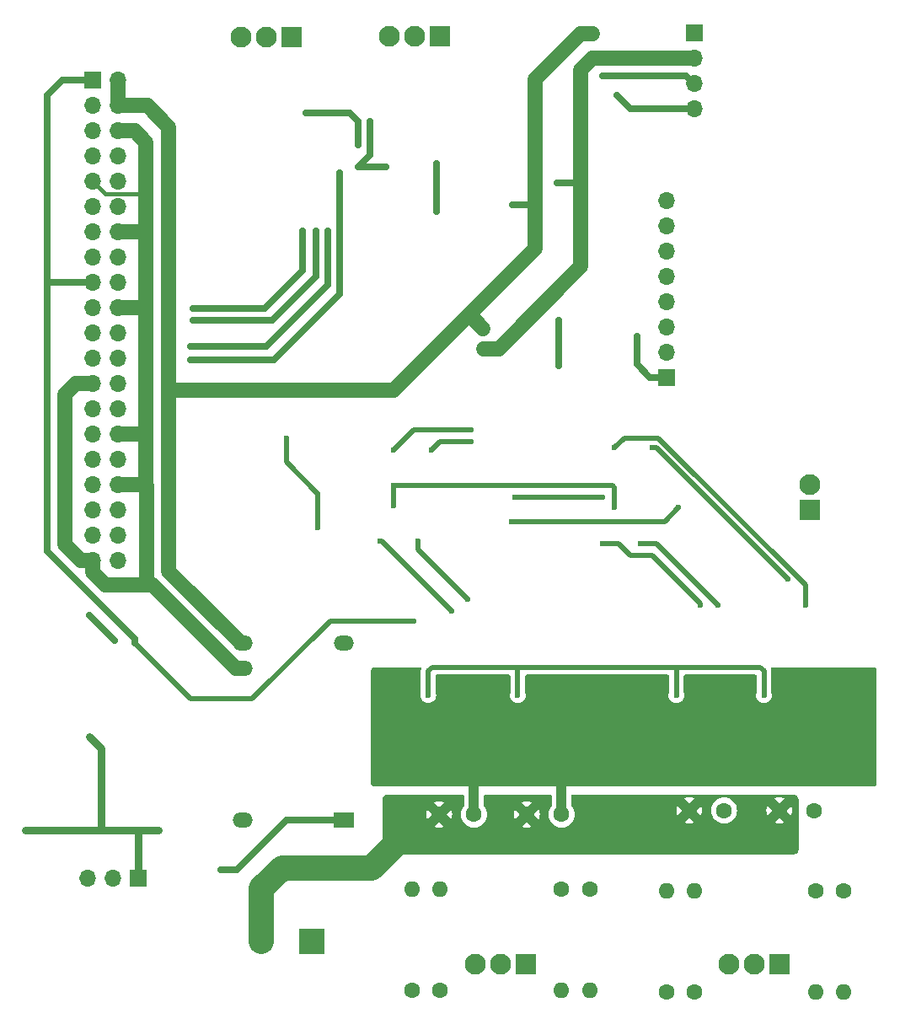
<source format=gbr>
%TF.GenerationSoftware,KiCad,Pcbnew,8.0.1-8.0.1-0~ubuntu23.10.1*%
%TF.CreationDate,2024-04-25T23:44:33+01:00*%
%TF.ProjectId,g5500-pidrive,67353530-302d-4706-9964-726976652e6b,rev?*%
%TF.SameCoordinates,Original*%
%TF.FileFunction,Copper,L2,Bot*%
%TF.FilePolarity,Positive*%
%FSLAX46Y46*%
G04 Gerber Fmt 4.6, Leading zero omitted, Abs format (unit mm)*
G04 Created by KiCad (PCBNEW 8.0.1-8.0.1-0~ubuntu23.10.1) date 2024-04-25 23:44:33*
%MOMM*%
%LPD*%
G01*
G04 APERTURE LIST*
%TA.AperFunction,ComponentPad*%
%ADD10C,0.650000*%
%TD*%
%TA.AperFunction,ComponentPad*%
%ADD11R,2.100000X2.100000*%
%TD*%
%TA.AperFunction,ComponentPad*%
%ADD12C,2.100000*%
%TD*%
%TA.AperFunction,ComponentPad*%
%ADD13C,1.600000*%
%TD*%
%TA.AperFunction,ComponentPad*%
%ADD14O,1.600000X1.600000*%
%TD*%
%TA.AperFunction,ComponentPad*%
%ADD15R,1.700000X1.700000*%
%TD*%
%TA.AperFunction,ComponentPad*%
%ADD16O,1.700000X1.700000*%
%TD*%
%TA.AperFunction,ComponentPad*%
%ADD17R,2.000000X1.500000*%
%TD*%
%TA.AperFunction,ComponentPad*%
%ADD18O,2.000000X1.500000*%
%TD*%
%TA.AperFunction,ComponentPad*%
%ADD19R,2.500000X2.500000*%
%TD*%
%TA.AperFunction,ComponentPad*%
%ADD20C,2.500000*%
%TD*%
%TA.AperFunction,ViaPad*%
%ADD21C,0.600000*%
%TD*%
%TA.AperFunction,Conductor*%
%ADD22C,0.500000*%
%TD*%
%TA.AperFunction,Conductor*%
%ADD23C,0.700000*%
%TD*%
%TA.AperFunction,Conductor*%
%ADD24C,1.500000*%
%TD*%
%TA.AperFunction,Conductor*%
%ADD25C,0.430000*%
%TD*%
%TA.AperFunction,Conductor*%
%ADD26C,2.500000*%
%TD*%
%TA.AperFunction,Conductor*%
%ADD27C,1.000000*%
%TD*%
%TA.AperFunction,Conductor*%
%ADD28C,0.800000*%
%TD*%
G04 APERTURE END LIST*
D10*
%TO.P,IC5,EP,GND*%
%TO.N,GNDPWR*%
X91585000Y-107660000D03*
X90635000Y-107660000D03*
X89685000Y-107660000D03*
X91585000Y-108610000D03*
X90635000Y-108610000D03*
X89685000Y-108610000D03*
%TD*%
D11*
%TO.P,J10,1,Pin_1*%
%TO.N,Net-(J10-Pin_1)*%
X116800000Y-86800000D03*
D12*
%TO.P,J10,2,Pin_2*%
%TO.N,GND*%
X116800000Y-84260000D03*
%TD*%
D13*
%TO.P,L1,1*%
%TO.N,Net-(IC3-OUT2)*%
X120200000Y-125075000D03*
D14*
%TO.P,L1,2*%
%TO.N,Net-(J8-Pin_1)*%
X120200000Y-135235000D03*
%TD*%
D13*
%TO.P,C27,1*%
%TO.N,+48V*%
X79570000Y-117435000D03*
%TO.P,C27,2*%
%TO.N,GNDPWR*%
X83070000Y-117435000D03*
%TD*%
%TO.P,L3,1*%
%TO.N,Net-(IC5-OUT2)*%
X94670000Y-124955000D03*
D14*
%TO.P,L3,2*%
%TO.N,Net-(J9-Pin_1)*%
X94670000Y-135115000D03*
%TD*%
D11*
%TO.P,J8,1,Pin_1*%
%TO.N,Net-(J8-Pin_1)*%
X113800000Y-132435000D03*
D12*
%TO.P,J8,2,Pin_2*%
%TO.N,Net-(J8-Pin_2)*%
X111260000Y-132435000D03*
%TO.P,J8,3,Pin_3*%
%TO.N,Net-(J8-Pin_3)*%
X108720000Y-132435000D03*
%TD*%
D13*
%TO.P,C24,1*%
%TO.N,+48V*%
X113745000Y-117035000D03*
%TO.P,C24,2*%
%TO.N,GNDPWR*%
X117245000Y-117035000D03*
%TD*%
D11*
%TO.P,J9,1,Pin_1*%
%TO.N,Net-(J9-Pin_1)*%
X88270000Y-132435000D03*
D12*
%TO.P,J9,2,Pin_2*%
%TO.N,Net-(J9-Pin_2)*%
X85730000Y-132435000D03*
%TO.P,J9,3,Pin_3*%
%TO.N,Net-(J9-Pin_3)*%
X83190000Y-132435000D03*
%TD*%
D13*
%TO.P,L2,1*%
%TO.N,Net-(J8-Pin_3)*%
X102400000Y-135235000D03*
D14*
%TO.P,L2,2*%
%TO.N,Net-(IC4-OUT1)*%
X102400000Y-125075000D03*
%TD*%
D11*
%TO.P,J6,1,Pin_1*%
%TO.N,Net-(J6-Pin_1)*%
X64700000Y-39357500D03*
D12*
%TO.P,J6,2,Pin_2*%
%TO.N,Net-(J6-Pin_2)*%
X62160000Y-39357500D03*
%TO.P,J6,3,Pin_3*%
%TO.N,Net-(J6-Pin_3)*%
X59620000Y-39357500D03*
%TD*%
D15*
%TO.P,J4,1,Pin_1*%
%TO.N,Net-(J4-Pin_1)*%
X105200000Y-38920000D03*
D16*
%TO.P,J4,2,Pin_2*%
%TO.N,GND*%
X105200000Y-41460000D03*
%TO.P,J4,3,Pin_3*%
%TO.N,/IMU_SDA*%
X105200000Y-44000000D03*
%TO.P,J4,4,Pin_4*%
%TO.N,/IMU_SCL*%
X105200000Y-46540000D03*
%TD*%
D15*
%TO.P,J3,1,Pin_1*%
%TO.N,+3.3VP*%
X102400000Y-73512500D03*
D16*
%TO.P,J3,2,Pin_2*%
%TO.N,GNDD*%
X102400000Y-70972500D03*
%TO.P,J3,3,Pin_3*%
%TO.N,unconnected-(J3-Pin_3-Pad3)*%
X102400000Y-68432500D03*
%TO.P,J3,4,Pin_4*%
%TO.N,/GPS_PPS*%
X102400000Y-65892500D03*
%TO.P,J3,5,Pin_5*%
%TO.N,/GPS_RXD*%
X102400000Y-63352500D03*
%TO.P,J3,6,Pin_6*%
%TO.N,/GPS_TXD*%
X102400000Y-60812500D03*
%TO.P,J3,7,Pin_7*%
%TO.N,unconnected-(J3-Pin_7-Pad7)*%
X102400000Y-58272500D03*
%TO.P,J3,8,Pin_8*%
%TO.N,unconnected-(J3-Pin_8-Pad8)*%
X102400000Y-55732500D03*
%TD*%
D13*
%TO.P,C26,1*%
%TO.N,+48V*%
X88370000Y-117435000D03*
%TO.P,C26,2*%
%TO.N,GNDPWR*%
X91870000Y-117435000D03*
%TD*%
D17*
%TO.P,U3,1,VIN-*%
%TO.N,GNDPWR*%
X70000000Y-118000000D03*
D18*
%TO.P,U3,8,NC*%
%TO.N,unconnected-(U3-NC-Pad8)*%
X70000000Y-100220000D03*
%TO.P,U3,9,VOUT+*%
%TO.N,+5V*%
X59840000Y-100220000D03*
%TO.P,U3,10,VOUT-*%
%TO.N,GND*%
X59840000Y-102760000D03*
%TO.P,U3,16,VIN+*%
%TO.N,+48V*%
X59840000Y-118000000D03*
%TD*%
D13*
%TO.P,C25,1*%
%TO.N,+48V*%
X104700000Y-117035000D03*
%TO.P,C25,2*%
%TO.N,GNDPWR*%
X108200000Y-117035000D03*
%TD*%
D10*
%TO.P,IC3,EP,GND*%
%TO.N,GNDPWR*%
X116515000Y-107660000D03*
X115565000Y-107660000D03*
X114615000Y-107660000D03*
X116515000Y-108610000D03*
X115565000Y-108610000D03*
X114615000Y-108610000D03*
%TD*%
D13*
%TO.P,L6,1*%
%TO.N,Net-(J8-Pin_2)*%
X105200000Y-135235000D03*
D14*
%TO.P,L6,2*%
%TO.N,Net-(IC4-OUT2)*%
X105200000Y-125075000D03*
%TD*%
D13*
%TO.P,L8,1*%
%TO.N,Net-(J9-Pin_2)*%
X79670000Y-135115000D03*
D14*
%TO.P,L8,2*%
%TO.N,Net-(IC6-OUT2)*%
X79670000Y-124955000D03*
%TD*%
D10*
%TO.P,IC6,EP,GND*%
%TO.N,GNDPWR*%
X82715000Y-107660000D03*
X81765000Y-107660000D03*
X80815000Y-107660000D03*
X82715000Y-108610000D03*
X81765000Y-108610000D03*
X80815000Y-108610000D03*
%TD*%
D19*
%TO.P,J1,1,Pin_1*%
%TO.N,GNDPWR*%
X66800000Y-130200000D03*
D20*
%TO.P,J1,2,Pin_2*%
%TO.N,+48V*%
X61720000Y-130200000D03*
%TD*%
D10*
%TO.P,IC4,EP,GND*%
%TO.N,GNDPWR*%
X107715000Y-107660000D03*
X106765000Y-107660000D03*
X105815000Y-107660000D03*
X107715000Y-108610000D03*
X106765000Y-108610000D03*
X105815000Y-108610000D03*
%TD*%
D13*
%TO.P,L7,1*%
%TO.N,Net-(IC5-OUT1)*%
X91870000Y-124955000D03*
D14*
%TO.P,L7,2*%
%TO.N,Net-(J9-Pin_2)*%
X91870000Y-135115000D03*
%TD*%
D13*
%TO.P,L4,1*%
%TO.N,Net-(J9-Pin_3)*%
X76870000Y-135115000D03*
D14*
%TO.P,L4,2*%
%TO.N,Net-(IC6-OUT1)*%
X76870000Y-124955000D03*
%TD*%
D11*
%TO.P,J7,1,Pin_1*%
%TO.N,Net-(J7-Pin_1)*%
X79652500Y-39257500D03*
D12*
%TO.P,J7,2,Pin_2*%
%TO.N,Net-(J7-Pin_2)*%
X77112500Y-39257500D03*
%TO.P,J7,3,Pin_3*%
%TO.N,Net-(J7-Pin_3)*%
X74572500Y-39257500D03*
%TD*%
D13*
%TO.P,L5,1*%
%TO.N,Net-(IC3-OUT1)*%
X117400000Y-125075000D03*
D14*
%TO.P,L5,2*%
%TO.N,Net-(J8-Pin_2)*%
X117400000Y-135235000D03*
%TD*%
D15*
%TO.P,J5,1,Pin_1*%
%TO.N,Net-(IC1-AGND)*%
X49340000Y-123800000D03*
D16*
%TO.P,J5,2,Pin_2*%
%TO.N,Net-(J5-Pin_2)*%
X46800000Y-123800000D03*
%TO.P,J5,3,Pin_3*%
%TO.N,Net-(J5-Pin_3)*%
X44260000Y-123800000D03*
%TD*%
D15*
%TO.P,J2,1,3V3*%
%TO.N,+3.3V*%
X44800000Y-43680000D03*
D16*
%TO.P,J2,2,5V*%
%TO.N,+5V*%
X47340000Y-43680000D03*
%TO.P,J2,3,SDA/GPIO2*%
%TO.N,/IMU_SDA*%
X44800000Y-46220000D03*
%TO.P,J2,4,5V*%
%TO.N,+5V*%
X47340000Y-46220000D03*
%TO.P,J2,5,SCL/GPIO3*%
%TO.N,/IMU_SCL*%
X44800000Y-48760000D03*
%TO.P,J2,6,GND*%
%TO.N,GND*%
X47340000Y-48760000D03*
%TO.P,J2,7,GCLK0/GPIO4*%
%TO.N,unconnected-(J2-GCLK0{slash}GPIO4-Pad7)*%
X44800000Y-51300000D03*
%TO.P,J2,8,GPIO14/TXD*%
%TO.N,/GPS_TXD*%
X47340000Y-51300000D03*
%TO.P,J2,9,GND*%
%TO.N,GND*%
X44800000Y-53840000D03*
%TO.P,J2,10,GPIO15/RXD*%
%TO.N,/GPS_RXD*%
X47340000Y-53840000D03*
%TO.P,J2,11,GPIO17*%
%TO.N,unconnected-(J2-GPIO17-Pad11)*%
X44800000Y-56380000D03*
%TO.P,J2,12,GPIO18/PWM0*%
%TO.N,/GPS_PPS*%
X47340000Y-56380000D03*
%TO.P,J2,13,GPIO27*%
%TO.N,unconnected-(J2-GPIO27-Pad13)*%
X44800000Y-58920000D03*
%TO.P,J2,14,GND*%
%TO.N,GND*%
X47340000Y-58920000D03*
%TO.P,J2,15,GPIO22*%
%TO.N,unconnected-(J2-GPIO22-Pad15)*%
X44800000Y-61460000D03*
%TO.P,J2,16,GPIO23*%
%TO.N,unconnected-(J2-GPIO23-Pad16)*%
X47340000Y-61460000D03*
%TO.P,J2,17,3V3*%
%TO.N,+3.3V*%
X44800000Y-64000000D03*
%TO.P,J2,18,GPIO24*%
%TO.N,/AZ_A1*%
X47340000Y-64000000D03*
%TO.P,J2,19,MOSI0/GPIO10*%
%TO.N,/ADC_MOSI*%
X44800000Y-66540000D03*
%TO.P,J2,20,GND*%
%TO.N,GND*%
X47340000Y-66540000D03*
%TO.P,J2,21,MISO0/GPIO9*%
%TO.N,/ADC_MISO*%
X44800000Y-69080000D03*
%TO.P,J2,22,GPIO25*%
%TO.N,/AZ_A2*%
X47340000Y-69080000D03*
%TO.P,J2,23,SCLK0/GPIO11*%
%TO.N,/ADC_CLK*%
X44800000Y-71620000D03*
%TO.P,J2,24,~{CE0}/GPIO8*%
%TO.N,/ADC_CS*%
X47340000Y-71620000D03*
%TO.P,J2,25,GND*%
%TO.N,GND*%
X44800000Y-74160000D03*
%TO.P,J2,26,~{CE1}/GPIO7*%
%TO.N,/IADC_CS*%
X47340000Y-74160000D03*
%TO.P,J2,27,ID_SD/GPIO0*%
%TO.N,unconnected-(J2-ID_SD{slash}GPIO0-Pad27)*%
X44800000Y-76700000D03*
%TO.P,J2,28,ID_SC/GPIO1*%
%TO.N,unconnected-(J2-ID_SC{slash}GPIO1-Pad28)*%
X47340000Y-76700000D03*
%TO.P,J2,29,GCLK1/GPIO5*%
%TO.N,/AZ_B1*%
X44800000Y-79240000D03*
%TO.P,J2,30,GND*%
%TO.N,GND*%
X47340000Y-79240000D03*
%TO.P,J2,31,GCLK2/GPIO6*%
%TO.N,/AZ_B2*%
X44800000Y-81780000D03*
%TO.P,J2,32,PWM0/GPIO12*%
%TO.N,/EL_A1*%
X47340000Y-81780000D03*
%TO.P,J2,33,PWM1/GPIO13*%
%TO.N,/EL_A2*%
X44800000Y-84320000D03*
%TO.P,J2,34,GND*%
%TO.N,GND*%
X47340000Y-84320000D03*
%TO.P,J2,35,GPIO19/MISO1*%
%TO.N,/IADC_MISO*%
X44800000Y-86860000D03*
%TO.P,J2,36,GPIO16*%
%TO.N,/EL_B1*%
X47340000Y-86860000D03*
%TO.P,J2,37,GPIO26*%
%TO.N,/EL_B2*%
X44800000Y-89400000D03*
%TO.P,J2,38,GPIO20/MOSI1*%
%TO.N,/IADC_MOSI*%
X47340000Y-89400000D03*
%TO.P,J2,39,GND*%
%TO.N,GND*%
X44800000Y-91940000D03*
%TO.P,J2,40,GPIO21/SCLK1*%
%TO.N,/IADC_CLK*%
X47340000Y-91940000D03*
%TD*%
D21*
%TO.N,GND*%
X64200000Y-79600000D03*
X67400000Y-85200000D03*
X67400000Y-88600000D03*
%TO.N,GNDA*%
X74200000Y-52400000D03*
X71400000Y-52400000D03*
X72600000Y-47800000D03*
%TO.N,Net-(U1-EN)*%
X79293750Y-56856250D03*
X79293750Y-52056250D03*
%TO.N,GND*%
X84060000Y-70630000D03*
X96000000Y-85600000D03*
X87200000Y-85600000D03*
X91400000Y-54000000D03*
%TO.N,+3.3VADC*%
X71400000Y-50200000D03*
X66200000Y-47000000D03*
%TO.N,+5V*%
X86962500Y-56162500D03*
X84000000Y-68600000D03*
X95000000Y-39000000D03*
%TO.N,GNDPWR*%
X57600000Y-123000000D03*
%TO.N,+3.3VP*%
X99447500Y-69392500D03*
%TO.N,/ADC_CLK*%
X54600000Y-70400000D03*
X68400000Y-58800000D03*
%TO.N,/IMU_SCL*%
X97400000Y-45200000D03*
%TO.N,/IMU_SDA*%
X96000000Y-43200000D03*
%TO.N,/ADC_MISO*%
X54800000Y-67800000D03*
X67200000Y-58800000D03*
%TO.N,/ADC_MOSI*%
X65800000Y-58800000D03*
X54800000Y-66600000D03*
%TO.N,/ADC_CS*%
X69600000Y-53000000D03*
X54600000Y-71800000D03*
%TO.N,+3.3V*%
X77000000Y-98000000D03*
X86800000Y-88000000D03*
X49000000Y-100200000D03*
X103610000Y-86610000D03*
%TO.N,/IADC_MISO*%
X47000000Y-100000000D03*
X44400000Y-97400000D03*
%TO.N,Net-(U2-EN)*%
X91597500Y-72380000D03*
X91597500Y-67780000D03*
%TO.N,Net-(IC1-AGND)*%
X44400000Y-109600000D03*
X51400000Y-119000000D03*
X38000000Y-119000000D03*
X43600000Y-119000000D03*
%TO.N,Net-(IC3-VREF)*%
X103400000Y-105435000D03*
X112200000Y-105435000D03*
X78470000Y-105435000D03*
X87470000Y-105435000D03*
%TO.N,Net-(J10-Pin_1)*%
X97200000Y-86600000D03*
X75000000Y-84400000D03*
X75000000Y-86400000D03*
X97200000Y-84600000D03*
%TO.N,Net-(R11-Pad2)*%
X114600000Y-93800000D03*
X101000000Y-80600000D03*
%TO.N,Net-(R12-Pad2)*%
X116415000Y-96415000D03*
X97200000Y-80600000D03*
%TO.N,Net-(R13-Pad2)*%
X105815000Y-96415000D03*
X95990000Y-90190000D03*
%TO.N,Net-(R14-Pad2)*%
X107600000Y-96400000D03*
X99800000Y-90200000D03*
%TO.N,Net-(R15-Pad2)*%
X82800000Y-80000000D03*
X78800000Y-80800000D03*
%TO.N,Net-(R16-Pad2)*%
X75000000Y-80800000D03*
X82800000Y-78800000D03*
%TO.N,Net-(R17-Pad2)*%
X73600000Y-90000000D03*
X80800000Y-97000000D03*
%TO.N,Net-(R18-Pad2)*%
X82400000Y-95800000D03*
X77400000Y-90000000D03*
%TD*%
D22*
%TO.N,GND*%
X64200000Y-82000000D02*
X64200000Y-79600000D01*
X67400000Y-85200000D02*
X64200000Y-82000000D01*
X67400000Y-88600000D02*
X67400000Y-85200000D01*
D23*
%TO.N,/IMU_SCL*%
X97400000Y-45200000D02*
X98740000Y-46540000D01*
X98740000Y-46540000D02*
X105200000Y-46540000D01*
%TO.N,/IMU_SDA*%
X104400000Y-43200000D02*
X105200000Y-44000000D01*
X96000000Y-43200000D02*
X104400000Y-43200000D01*
D24*
%TO.N,GND*%
X105200000Y-41460000D02*
X94940000Y-41460000D01*
X93800000Y-42600000D02*
X93800000Y-53800000D01*
X94940000Y-41460000D02*
X93800000Y-42600000D01*
%TO.N,+5V*%
X89200000Y-56200000D02*
X89200000Y-43600000D01*
X89200000Y-43600000D02*
X93800000Y-39000000D01*
X93800000Y-39000000D02*
X95000000Y-39000000D01*
D23*
%TO.N,GNDA*%
X71400000Y-52400000D02*
X72600000Y-51200000D01*
X72600000Y-51200000D02*
X72600000Y-47800000D01*
X71400000Y-52400000D02*
X74200000Y-52400000D01*
%TO.N,Net-(U1-EN)*%
X79293750Y-56856250D02*
X79293750Y-52056250D01*
D24*
%TO.N,GND*%
X50120000Y-66400000D02*
X50120000Y-58800000D01*
X42000000Y-90342081D02*
X42000000Y-75199999D01*
D23*
X91400000Y-54000000D02*
X93600000Y-54000000D01*
D24*
X50120000Y-58800000D02*
X50000000Y-58920000D01*
X44800000Y-93142081D02*
X46057919Y-94400000D01*
X93800000Y-62400000D02*
X93800000Y-53800000D01*
X48960000Y-48760000D02*
X47340000Y-48760000D01*
X50120000Y-58800000D02*
X50120000Y-55000000D01*
X47340000Y-84320000D02*
X50120000Y-84320000D01*
X50120000Y-55000000D02*
X50120000Y-49920000D01*
X46057919Y-94400000D02*
X50800000Y-94400000D01*
X59160000Y-102760000D02*
X59840000Y-102760000D01*
D25*
X46065000Y-55105000D02*
X50015000Y-55105000D01*
D24*
X43597919Y-91940000D02*
X42000000Y-90342081D01*
D22*
X96000000Y-85600000D02*
X87200000Y-85600000D01*
D24*
X42000000Y-75199999D02*
X43039999Y-74160000D01*
X50120000Y-49920000D02*
X48960000Y-48760000D01*
X50120000Y-66400000D02*
X49980000Y-66540000D01*
X85570000Y-70630000D02*
X93800000Y-62400000D01*
X50800000Y-94400000D02*
X59160000Y-102760000D01*
D23*
X93600000Y-54000000D02*
X93800000Y-53800000D01*
D24*
X50080000Y-79240000D02*
X50120000Y-79200000D01*
X50200000Y-84400000D02*
X50120000Y-84320000D01*
X50000000Y-58920000D02*
X47340000Y-58920000D01*
X49980000Y-66540000D02*
X47340000Y-66540000D01*
X50120000Y-84320000D02*
X50120000Y-79200000D01*
X84060000Y-70630000D02*
X85570000Y-70630000D01*
X44800000Y-91940000D02*
X43597919Y-91940000D01*
D25*
X44800000Y-53840000D02*
X46065000Y-55105000D01*
D24*
X50200000Y-84400000D02*
X50200000Y-94400000D01*
X50120000Y-79200000D02*
X50120000Y-66400000D01*
X43039999Y-74160000D02*
X44800000Y-74160000D01*
X44800000Y-91940000D02*
X44800000Y-93142081D01*
D25*
X50015000Y-55105000D02*
X50120000Y-55000000D01*
D24*
X47340000Y-79240000D02*
X50080000Y-79240000D01*
D23*
%TO.N,+3.3VADC*%
X66200000Y-47000000D02*
X70600000Y-47000000D01*
X70600000Y-47000000D02*
X71400000Y-47800000D01*
X71400000Y-47800000D02*
X71400000Y-50200000D01*
D24*
%TO.N,+5V*%
X82600000Y-67200000D02*
X89200000Y-60600000D01*
X75000000Y-74800000D02*
X77400000Y-72400000D01*
X59620000Y-100220000D02*
X59840000Y-100220000D01*
X47340000Y-43680000D02*
X47340000Y-46220000D01*
X89200000Y-60600000D02*
X89200000Y-56200000D01*
X52400000Y-48400000D02*
X52400000Y-74800000D01*
X52400000Y-93000000D02*
X59620000Y-100220000D01*
X77400000Y-72400000D02*
X82600000Y-67200000D01*
X50220000Y-46220000D02*
X52400000Y-48400000D01*
X52400000Y-74800000D02*
X75000000Y-74800000D01*
D23*
X86962500Y-56162500D02*
X89162500Y-56162500D01*
D24*
X47340000Y-46220000D02*
X50220000Y-46220000D01*
X52400000Y-74800000D02*
X52400000Y-93000000D01*
D23*
X89162500Y-56162500D02*
X89200000Y-56200000D01*
D24*
X84000000Y-68600000D02*
X82600000Y-67200000D01*
D26*
%TO.N,+48V*%
X72800000Y-122800000D02*
X76200000Y-119400000D01*
X61720000Y-124880000D02*
X63800000Y-122800000D01*
X63800000Y-122800000D02*
X72800000Y-122800000D01*
X61720000Y-130200000D02*
X61720000Y-124880000D01*
X76200000Y-119400000D02*
X76400000Y-119400000D01*
D27*
%TO.N,GNDPWR*%
X91870000Y-117435000D02*
X91870000Y-114035000D01*
D23*
X57600000Y-123000000D02*
X59200000Y-123000000D01*
X59200000Y-123000000D02*
X64200000Y-118000000D01*
X64200000Y-118000000D02*
X70000000Y-118000000D01*
D27*
X83070000Y-117435000D02*
X83070000Y-114035000D01*
D23*
%TO.N,+3.3VP*%
X99447500Y-69392500D02*
X99447500Y-72217500D01*
X100742500Y-73512500D02*
X102400000Y-73512500D01*
X99447500Y-72217500D02*
X100742500Y-73512500D01*
%TO.N,/ADC_CLK*%
X68400000Y-58800000D02*
X68400000Y-64200000D01*
X62200000Y-70400000D02*
X54600000Y-70400000D01*
X68400000Y-64200000D02*
X62200000Y-70400000D01*
%TO.N,/ADC_MISO*%
X67200000Y-63400000D02*
X67200000Y-58800000D01*
X62800000Y-67800000D02*
X67200000Y-63400000D01*
X54800000Y-67800000D02*
X62800000Y-67800000D01*
%TO.N,/ADC_MOSI*%
X54800000Y-66600000D02*
X62000000Y-66600000D01*
X65800000Y-62800000D02*
X65800000Y-58800000D01*
X62000000Y-66600000D02*
X65800000Y-62800000D01*
%TO.N,/ADC_CS*%
X69600000Y-53000000D02*
X69600000Y-65200000D01*
X63000000Y-71800000D02*
X54600000Y-71800000D01*
X69600000Y-65200000D02*
X63000000Y-71800000D01*
%TO.N,+3.3V*%
X40200000Y-91000000D02*
X49000000Y-99800000D01*
D22*
X60800000Y-105800000D02*
X54600000Y-105800000D01*
X77000000Y-98000000D02*
X68600000Y-98000000D01*
D23*
X40200000Y-45200000D02*
X41720000Y-43680000D01*
X49000000Y-99800000D02*
X49000000Y-100200000D01*
D22*
X102220000Y-88000000D02*
X103610000Y-86610000D01*
D23*
X41720000Y-43680000D02*
X44800000Y-43680000D01*
D22*
X68600000Y-98000000D02*
X60800000Y-105800000D01*
D23*
X40200000Y-64000000D02*
X40200000Y-45200000D01*
D22*
X54600000Y-105800000D02*
X49000000Y-100200000D01*
X86800000Y-88000000D02*
X102220000Y-88000000D01*
D23*
X40200000Y-64000000D02*
X40200000Y-91000000D01*
X44800000Y-64000000D02*
X40200000Y-64000000D01*
%TO.N,/IADC_MISO*%
X44400000Y-97400000D02*
X47000000Y-100000000D01*
%TO.N,Net-(U2-EN)*%
X91597500Y-67980000D02*
X91597500Y-72380000D01*
X91597500Y-67780000D02*
X91597500Y-67980000D01*
D28*
%TO.N,Net-(IC1-AGND)*%
X49400000Y-119000000D02*
X45600000Y-119000000D01*
X45600000Y-110800000D02*
X44400000Y-109600000D01*
X43600000Y-119000000D02*
X38000000Y-119000000D01*
X49340000Y-119060000D02*
X49400000Y-119000000D01*
X51400000Y-119000000D02*
X49400000Y-119000000D01*
X49340000Y-123800000D02*
X49340000Y-119060000D01*
X45600000Y-119000000D02*
X45600000Y-110800000D01*
X45600000Y-119000000D02*
X43600000Y-119000000D01*
D22*
%TO.N,Net-(IC3-VREF)*%
X78870000Y-102635000D02*
X87470000Y-102635000D01*
X112200000Y-103035000D02*
X111800000Y-102635000D01*
X78470000Y-105435000D02*
X78470000Y-103035000D01*
X112200000Y-105435000D02*
X112200000Y-103035000D01*
X87470000Y-102635000D02*
X103400000Y-102635000D01*
X111800000Y-102635000D02*
X103400000Y-102635000D01*
X78470000Y-103035000D02*
X78870000Y-102635000D01*
X87470000Y-105435000D02*
X87470000Y-102635000D01*
X103400000Y-102635000D02*
X103400000Y-105435000D01*
%TO.N,Net-(J10-Pin_1)*%
X97000000Y-84400000D02*
X75000000Y-84400000D01*
X97200000Y-86600000D02*
X97200000Y-84600000D01*
X75000000Y-84400000D02*
X75000000Y-86400000D01*
X97200000Y-84600000D02*
X97000000Y-84400000D01*
%TO.N,Net-(R11-Pad2)*%
X101400000Y-80600000D02*
X101000000Y-80600000D01*
X114600000Y-93800000D02*
X101400000Y-80600000D01*
%TO.N,Net-(R12-Pad2)*%
X116415000Y-96415000D02*
X116415000Y-94415000D01*
X101600000Y-79600000D02*
X98200000Y-79600000D01*
X116415000Y-94415000D02*
X101600000Y-79600000D01*
X98200000Y-79600000D02*
X97200000Y-80600000D01*
%TO.N,Net-(R13-Pad2)*%
X95990000Y-90190000D02*
X97590000Y-90190000D01*
X101000000Y-91400000D02*
X105815000Y-96215000D01*
X97590000Y-90190000D02*
X98800000Y-91400000D01*
X105815000Y-96215000D02*
X105815000Y-96415000D01*
X98800000Y-91400000D02*
X101000000Y-91400000D01*
%TO.N,Net-(R14-Pad2)*%
X101400000Y-90200000D02*
X99800000Y-90200000D01*
X107600000Y-96400000D02*
X101400000Y-90200000D01*
%TO.N,Net-(R15-Pad2)*%
X78800000Y-80800000D02*
X79600000Y-80000000D01*
X79600000Y-80000000D02*
X82800000Y-80000000D01*
%TO.N,Net-(R16-Pad2)*%
X77000000Y-78800000D02*
X75000000Y-80800000D01*
X82800000Y-78800000D02*
X77000000Y-78800000D01*
%TO.N,Net-(R17-Pad2)*%
X73800000Y-90000000D02*
X73600000Y-90000000D01*
X80800000Y-97000000D02*
X73800000Y-90000000D01*
%TO.N,Net-(R18-Pad2)*%
X77400000Y-90800000D02*
X77400000Y-90000000D01*
X82400000Y-95800000D02*
X77400000Y-90800000D01*
%TD*%
%TA.AperFunction,Conductor*%
%TO.N,+48V*%
G36*
X82012539Y-115454685D02*
G01*
X82058294Y-115507489D01*
X82069500Y-115559000D01*
X82069500Y-116557410D01*
X82049815Y-116624449D01*
X82047076Y-116628532D01*
X81939431Y-116782267D01*
X81843261Y-116988502D01*
X81843258Y-116988511D01*
X81784366Y-117208302D01*
X81784364Y-117208313D01*
X81764532Y-117434998D01*
X81764532Y-117435001D01*
X81784364Y-117661686D01*
X81784366Y-117661697D01*
X81843258Y-117881488D01*
X81843261Y-117881497D01*
X81939431Y-118087732D01*
X81939432Y-118087734D01*
X82069954Y-118274141D01*
X82230858Y-118435045D01*
X82230861Y-118435047D01*
X82417266Y-118565568D01*
X82623504Y-118661739D01*
X82843308Y-118720635D01*
X83005230Y-118734801D01*
X83069998Y-118740468D01*
X83070000Y-118740468D01*
X83070002Y-118740468D01*
X83126673Y-118735509D01*
X83296692Y-118720635D01*
X83516496Y-118661739D01*
X83567183Y-118638103D01*
X87874002Y-118638103D01*
X87923673Y-118661265D01*
X87923682Y-118661269D01*
X88143389Y-118720139D01*
X88143400Y-118720141D01*
X88369998Y-118739966D01*
X88370002Y-118739966D01*
X88596599Y-118720141D01*
X88596606Y-118720140D01*
X88816328Y-118661265D01*
X88865997Y-118638103D01*
X88370001Y-118142107D01*
X88370000Y-118142107D01*
X87874002Y-118638103D01*
X83567183Y-118638103D01*
X83722734Y-118565568D01*
X83909139Y-118435047D01*
X84070047Y-118274139D01*
X84200568Y-118087734D01*
X84296739Y-117881496D01*
X84355635Y-117661692D01*
X84375468Y-117435002D01*
X87065034Y-117435002D01*
X87084858Y-117661599D01*
X87084860Y-117661610D01*
X87143731Y-117881320D01*
X87166895Y-117930996D01*
X87610232Y-117487661D01*
X87970000Y-117487661D01*
X87997259Y-117589394D01*
X88049920Y-117680606D01*
X88124394Y-117755080D01*
X88215606Y-117807741D01*
X88317339Y-117835000D01*
X88422661Y-117835000D01*
X88524394Y-117807741D01*
X88615606Y-117755080D01*
X88690080Y-117680606D01*
X88742741Y-117589394D01*
X88770000Y-117487661D01*
X88770000Y-117435001D01*
X89077107Y-117435001D01*
X89573103Y-117930997D01*
X89596265Y-117881328D01*
X89655140Y-117661606D01*
X89655141Y-117661599D01*
X89674966Y-117435002D01*
X89674966Y-117434997D01*
X89655141Y-117208400D01*
X89655139Y-117208389D01*
X89596269Y-116988682D01*
X89596265Y-116988673D01*
X89573103Y-116939002D01*
X89077107Y-117434999D01*
X89077107Y-117435001D01*
X88770000Y-117435001D01*
X88770000Y-117382339D01*
X88742741Y-117280606D01*
X88690080Y-117189394D01*
X88615606Y-117114920D01*
X88524394Y-117062259D01*
X88422661Y-117035000D01*
X88317339Y-117035000D01*
X88215606Y-117062259D01*
X88124394Y-117114920D01*
X88049920Y-117189394D01*
X87997259Y-117280606D01*
X87970000Y-117382339D01*
X87970000Y-117487661D01*
X87610232Y-117487661D01*
X87662893Y-117435000D01*
X87662893Y-117434999D01*
X87166895Y-116939002D01*
X87143731Y-116988677D01*
X87084860Y-117208389D01*
X87084858Y-117208400D01*
X87065034Y-117434997D01*
X87065034Y-117435002D01*
X84375468Y-117435002D01*
X84375468Y-117435000D01*
X84355635Y-117208308D01*
X84296739Y-116988504D01*
X84200568Y-116782266D01*
X84092924Y-116628532D01*
X84070597Y-116562326D01*
X84070500Y-116557410D01*
X84070500Y-116231895D01*
X87874002Y-116231895D01*
X88370000Y-116727893D01*
X88370001Y-116727893D01*
X88865996Y-116231895D01*
X88816320Y-116208731D01*
X88596610Y-116149860D01*
X88596599Y-116149858D01*
X88370002Y-116130034D01*
X88369998Y-116130034D01*
X88143400Y-116149858D01*
X88143389Y-116149860D01*
X87923677Y-116208731D01*
X87874002Y-116231895D01*
X84070500Y-116231895D01*
X84070500Y-115559000D01*
X84090185Y-115491961D01*
X84142989Y-115446206D01*
X84194500Y-115435000D01*
X90745500Y-115435000D01*
X90812539Y-115454685D01*
X90858294Y-115507489D01*
X90869500Y-115559000D01*
X90869500Y-116557410D01*
X90849815Y-116624449D01*
X90847076Y-116628532D01*
X90739431Y-116782267D01*
X90643261Y-116988502D01*
X90643258Y-116988511D01*
X90584366Y-117208302D01*
X90584364Y-117208313D01*
X90564532Y-117434998D01*
X90564532Y-117435001D01*
X90584364Y-117661686D01*
X90584366Y-117661697D01*
X90643258Y-117881488D01*
X90643261Y-117881497D01*
X90739431Y-118087732D01*
X90739432Y-118087734D01*
X90869954Y-118274141D01*
X91030858Y-118435045D01*
X91030861Y-118435047D01*
X91217266Y-118565568D01*
X91423504Y-118661739D01*
X91643308Y-118720635D01*
X91805230Y-118734801D01*
X91869998Y-118740468D01*
X91870000Y-118740468D01*
X91870002Y-118740468D01*
X91926673Y-118735509D01*
X92096692Y-118720635D01*
X92316496Y-118661739D01*
X92522734Y-118565568D01*
X92709139Y-118435047D01*
X92870047Y-118274139D01*
X92895279Y-118238103D01*
X104204002Y-118238103D01*
X104253673Y-118261265D01*
X104253682Y-118261269D01*
X104473389Y-118320139D01*
X104473400Y-118320141D01*
X104699998Y-118339966D01*
X104700002Y-118339966D01*
X104926599Y-118320141D01*
X104926606Y-118320140D01*
X105146328Y-118261265D01*
X105195997Y-118238103D01*
X104700001Y-117742107D01*
X104700000Y-117742107D01*
X104204002Y-118238103D01*
X92895279Y-118238103D01*
X93000568Y-118087734D01*
X93096739Y-117881496D01*
X93155635Y-117661692D01*
X93175468Y-117435000D01*
X93155635Y-117208308D01*
X93109198Y-117035002D01*
X103395034Y-117035002D01*
X103414858Y-117261599D01*
X103414860Y-117261610D01*
X103473731Y-117481320D01*
X103496895Y-117530996D01*
X103940232Y-117087661D01*
X104300000Y-117087661D01*
X104327259Y-117189394D01*
X104379920Y-117280606D01*
X104454394Y-117355080D01*
X104545606Y-117407741D01*
X104647339Y-117435000D01*
X104752661Y-117435000D01*
X104854394Y-117407741D01*
X104945606Y-117355080D01*
X105020080Y-117280606D01*
X105072741Y-117189394D01*
X105100000Y-117087661D01*
X105100000Y-117035001D01*
X105407107Y-117035001D01*
X105903103Y-117530997D01*
X105926265Y-117481328D01*
X105985140Y-117261606D01*
X105985141Y-117261599D01*
X106004966Y-117035002D01*
X106004966Y-117035001D01*
X106894532Y-117035001D01*
X106914364Y-117261686D01*
X106914366Y-117261697D01*
X106973258Y-117481488D01*
X106973261Y-117481497D01*
X107069431Y-117687732D01*
X107069432Y-117687734D01*
X107199954Y-117874141D01*
X107360858Y-118035045D01*
X107360861Y-118035047D01*
X107547266Y-118165568D01*
X107753504Y-118261739D01*
X107973308Y-118320635D01*
X108135230Y-118334801D01*
X108199998Y-118340468D01*
X108200000Y-118340468D01*
X108200002Y-118340468D01*
X108256673Y-118335509D01*
X108426692Y-118320635D01*
X108646496Y-118261739D01*
X108697183Y-118238103D01*
X113249002Y-118238103D01*
X113298673Y-118261265D01*
X113298682Y-118261269D01*
X113518389Y-118320139D01*
X113518400Y-118320141D01*
X113744998Y-118339966D01*
X113745002Y-118339966D01*
X113971599Y-118320141D01*
X113971606Y-118320140D01*
X114191328Y-118261265D01*
X114240997Y-118238103D01*
X113745001Y-117742107D01*
X113745000Y-117742107D01*
X113249002Y-118238103D01*
X108697183Y-118238103D01*
X108852734Y-118165568D01*
X109039139Y-118035047D01*
X109200047Y-117874139D01*
X109330568Y-117687734D01*
X109426739Y-117481496D01*
X109485635Y-117261692D01*
X109505468Y-117035002D01*
X112440034Y-117035002D01*
X112459858Y-117261599D01*
X112459860Y-117261610D01*
X112518731Y-117481320D01*
X112541895Y-117530996D01*
X112985232Y-117087661D01*
X113345000Y-117087661D01*
X113372259Y-117189394D01*
X113424920Y-117280606D01*
X113499394Y-117355080D01*
X113590606Y-117407741D01*
X113692339Y-117435000D01*
X113797661Y-117435000D01*
X113899394Y-117407741D01*
X113990606Y-117355080D01*
X114065080Y-117280606D01*
X114117741Y-117189394D01*
X114145000Y-117087661D01*
X114145000Y-117035001D01*
X114452107Y-117035001D01*
X114948103Y-117530997D01*
X114971265Y-117481328D01*
X115030140Y-117261606D01*
X115030141Y-117261599D01*
X115049966Y-117035002D01*
X115049966Y-117034997D01*
X115030141Y-116808400D01*
X115030139Y-116808389D01*
X114971269Y-116588682D01*
X114971265Y-116588673D01*
X114948103Y-116539002D01*
X114452107Y-117034999D01*
X114452107Y-117035001D01*
X114145000Y-117035001D01*
X114145000Y-116982339D01*
X114117741Y-116880606D01*
X114065080Y-116789394D01*
X113990606Y-116714920D01*
X113899394Y-116662259D01*
X113797661Y-116635000D01*
X113692339Y-116635000D01*
X113590606Y-116662259D01*
X113499394Y-116714920D01*
X113424920Y-116789394D01*
X113372259Y-116880606D01*
X113345000Y-116982339D01*
X113345000Y-117087661D01*
X112985232Y-117087661D01*
X113037893Y-117035000D01*
X113037893Y-117034999D01*
X112541895Y-116539002D01*
X112518731Y-116588677D01*
X112459860Y-116808389D01*
X112459858Y-116808400D01*
X112440034Y-117034997D01*
X112440034Y-117035002D01*
X109505468Y-117035002D01*
X109505468Y-117035000D01*
X109485635Y-116808308D01*
X109426739Y-116588504D01*
X109330568Y-116382266D01*
X109200047Y-116195861D01*
X109200045Y-116195858D01*
X109039141Y-116034954D01*
X108852734Y-115904432D01*
X108852732Y-115904431D01*
X108697180Y-115831895D01*
X113249002Y-115831895D01*
X113745000Y-116327893D01*
X113745001Y-116327893D01*
X114240996Y-115831895D01*
X114191320Y-115808731D01*
X113971610Y-115749860D01*
X113971599Y-115749858D01*
X113745002Y-115730034D01*
X113744998Y-115730034D01*
X113518400Y-115749858D01*
X113518389Y-115749860D01*
X113298677Y-115808731D01*
X113249002Y-115831895D01*
X108697180Y-115831895D01*
X108646497Y-115808261D01*
X108646488Y-115808258D01*
X108426697Y-115749366D01*
X108426693Y-115749365D01*
X108426692Y-115749365D01*
X108426691Y-115749364D01*
X108426686Y-115749364D01*
X108200002Y-115729532D01*
X108199998Y-115729532D01*
X107973313Y-115749364D01*
X107973302Y-115749366D01*
X107753511Y-115808258D01*
X107753502Y-115808261D01*
X107547267Y-115904431D01*
X107547265Y-115904432D01*
X107360858Y-116034954D01*
X107199954Y-116195858D01*
X107069432Y-116382265D01*
X107069431Y-116382267D01*
X106973261Y-116588502D01*
X106973258Y-116588511D01*
X106914366Y-116808302D01*
X106914364Y-116808313D01*
X106894532Y-117034998D01*
X106894532Y-117035001D01*
X106004966Y-117035001D01*
X106004966Y-117034997D01*
X105985141Y-116808400D01*
X105985139Y-116808389D01*
X105926269Y-116588682D01*
X105926265Y-116588673D01*
X105903103Y-116539002D01*
X105407107Y-117034999D01*
X105407107Y-117035001D01*
X105100000Y-117035001D01*
X105100000Y-116982339D01*
X105072741Y-116880606D01*
X105020080Y-116789394D01*
X104945606Y-116714920D01*
X104854394Y-116662259D01*
X104752661Y-116635000D01*
X104647339Y-116635000D01*
X104545606Y-116662259D01*
X104454394Y-116714920D01*
X104379920Y-116789394D01*
X104327259Y-116880606D01*
X104300000Y-116982339D01*
X104300000Y-117087661D01*
X103940232Y-117087661D01*
X103992893Y-117035000D01*
X103992893Y-117034999D01*
X103496895Y-116539002D01*
X103473731Y-116588677D01*
X103414860Y-116808389D01*
X103414858Y-116808400D01*
X103395034Y-117034997D01*
X103395034Y-117035002D01*
X93109198Y-117035002D01*
X93096739Y-116988504D01*
X93000568Y-116782266D01*
X92892924Y-116628532D01*
X92870597Y-116562326D01*
X92870500Y-116557410D01*
X92870500Y-115831895D01*
X104204002Y-115831895D01*
X104700000Y-116327893D01*
X104700001Y-116327893D01*
X105195996Y-115831895D01*
X105146320Y-115808731D01*
X104926610Y-115749860D01*
X104926599Y-115749858D01*
X104700002Y-115730034D01*
X104699998Y-115730034D01*
X104473400Y-115749858D01*
X104473389Y-115749860D01*
X104253677Y-115808731D01*
X104204002Y-115831895D01*
X92870500Y-115831895D01*
X92870500Y-115559000D01*
X92890185Y-115491961D01*
X92942989Y-115446206D01*
X92994500Y-115435000D01*
X115161874Y-115435000D01*
X115178059Y-115436061D01*
X115283223Y-115449906D01*
X115314491Y-115458284D01*
X115404918Y-115495740D01*
X115432952Y-115511925D01*
X115510602Y-115571509D01*
X115533491Y-115594398D01*
X115593074Y-115672048D01*
X115609259Y-115700081D01*
X115646715Y-115790508D01*
X115655093Y-115821775D01*
X115668939Y-115926939D01*
X115670000Y-115943125D01*
X115670000Y-120926874D01*
X115668939Y-120943060D01*
X115655093Y-121048224D01*
X115646715Y-121079491D01*
X115609259Y-121169918D01*
X115593074Y-121197951D01*
X115533491Y-121275601D01*
X115510601Y-121298491D01*
X115432951Y-121358074D01*
X115404918Y-121374259D01*
X115314491Y-121411715D01*
X115283224Y-121420093D01*
X115189398Y-121432446D01*
X115178058Y-121433939D01*
X115161874Y-121435000D01*
X74378126Y-121435000D01*
X74361941Y-121433939D01*
X74348917Y-121432224D01*
X74256775Y-121420093D01*
X74225508Y-121411715D01*
X74135081Y-121374259D01*
X74107048Y-121358074D01*
X74029398Y-121298491D01*
X74006508Y-121275601D01*
X73946925Y-121197951D01*
X73930740Y-121169918D01*
X73893284Y-121079491D01*
X73884906Y-121048223D01*
X73871061Y-120943059D01*
X73870000Y-120926874D01*
X73870000Y-118638103D01*
X79074002Y-118638103D01*
X79123673Y-118661265D01*
X79123682Y-118661269D01*
X79343389Y-118720139D01*
X79343400Y-118720141D01*
X79569998Y-118739966D01*
X79570002Y-118739966D01*
X79796599Y-118720141D01*
X79796606Y-118720140D01*
X80016328Y-118661265D01*
X80065997Y-118638103D01*
X79570001Y-118142107D01*
X79570000Y-118142107D01*
X79074002Y-118638103D01*
X73870000Y-118638103D01*
X73870000Y-117435002D01*
X78265034Y-117435002D01*
X78284858Y-117661599D01*
X78284860Y-117661610D01*
X78343731Y-117881320D01*
X78366895Y-117930996D01*
X78810232Y-117487661D01*
X79170000Y-117487661D01*
X79197259Y-117589394D01*
X79249920Y-117680606D01*
X79324394Y-117755080D01*
X79415606Y-117807741D01*
X79517339Y-117835000D01*
X79622661Y-117835000D01*
X79724394Y-117807741D01*
X79815606Y-117755080D01*
X79890080Y-117680606D01*
X79942741Y-117589394D01*
X79970000Y-117487661D01*
X79970000Y-117435001D01*
X80277107Y-117435001D01*
X80773103Y-117930997D01*
X80796265Y-117881328D01*
X80855140Y-117661606D01*
X80855141Y-117661599D01*
X80874966Y-117435002D01*
X80874966Y-117434997D01*
X80855141Y-117208400D01*
X80855139Y-117208389D01*
X80796269Y-116988682D01*
X80796265Y-116988673D01*
X80773103Y-116939002D01*
X80277107Y-117434999D01*
X80277107Y-117435001D01*
X79970000Y-117435001D01*
X79970000Y-117382339D01*
X79942741Y-117280606D01*
X79890080Y-117189394D01*
X79815606Y-117114920D01*
X79724394Y-117062259D01*
X79622661Y-117035000D01*
X79517339Y-117035000D01*
X79415606Y-117062259D01*
X79324394Y-117114920D01*
X79249920Y-117189394D01*
X79197259Y-117280606D01*
X79170000Y-117382339D01*
X79170000Y-117487661D01*
X78810232Y-117487661D01*
X78862893Y-117435000D01*
X78862893Y-117434999D01*
X78366895Y-116939002D01*
X78343731Y-116988677D01*
X78284860Y-117208389D01*
X78284858Y-117208400D01*
X78265034Y-117434997D01*
X78265034Y-117435002D01*
X73870000Y-117435002D01*
X73870000Y-116231895D01*
X79074002Y-116231895D01*
X79570000Y-116727893D01*
X79570001Y-116727893D01*
X80065996Y-116231895D01*
X80016320Y-116208731D01*
X79796610Y-116149860D01*
X79796599Y-116149858D01*
X79570002Y-116130034D01*
X79569998Y-116130034D01*
X79343400Y-116149858D01*
X79343389Y-116149860D01*
X79123677Y-116208731D01*
X79074002Y-116231895D01*
X73870000Y-116231895D01*
X73870000Y-115943125D01*
X73871061Y-115926940D01*
X73884906Y-115821776D01*
X73893284Y-115790508D01*
X73910326Y-115749366D01*
X73930740Y-115700079D01*
X73946923Y-115672050D01*
X74006513Y-115594392D01*
X74029392Y-115571513D01*
X74107050Y-115511923D01*
X74135079Y-115495740D01*
X74225509Y-115458283D01*
X74256775Y-115449906D01*
X74361941Y-115436061D01*
X74378126Y-115435000D01*
X81945500Y-115435000D01*
X82012539Y-115454685D01*
G37*
%TD.AperFunction*%
%TD*%
%TA.AperFunction,Conductor*%
%TO.N,GNDPWR*%
G36*
X77704811Y-102654685D02*
G01*
X77750566Y-102707489D01*
X77760510Y-102776647D01*
X77752332Y-102806454D01*
X77748343Y-102816082D01*
X77748340Y-102816092D01*
X77719500Y-102961079D01*
X77719500Y-105135028D01*
X77712542Y-105175982D01*
X77684631Y-105255747D01*
X77664435Y-105434996D01*
X77664435Y-105435003D01*
X77684630Y-105614249D01*
X77684631Y-105614254D01*
X77744211Y-105784523D01*
X77840184Y-105937262D01*
X77967738Y-106064816D01*
X78120478Y-106160789D01*
X78290745Y-106220368D01*
X78290750Y-106220369D01*
X78469996Y-106240565D01*
X78470000Y-106240565D01*
X78470004Y-106240565D01*
X78649249Y-106220369D01*
X78649252Y-106220368D01*
X78649255Y-106220368D01*
X78819522Y-106160789D01*
X78972262Y-106064816D01*
X79099816Y-105937262D01*
X79195789Y-105784522D01*
X79255368Y-105614255D01*
X79275565Y-105435000D01*
X79255368Y-105255745D01*
X79227458Y-105175982D01*
X79220500Y-105135028D01*
X79220500Y-103509500D01*
X79240185Y-103442461D01*
X79292989Y-103396706D01*
X79344500Y-103385500D01*
X86595500Y-103385500D01*
X86662539Y-103405185D01*
X86708294Y-103457989D01*
X86719500Y-103509500D01*
X86719500Y-105135028D01*
X86712542Y-105175982D01*
X86684631Y-105255747D01*
X86664435Y-105434996D01*
X86664435Y-105435003D01*
X86684630Y-105614249D01*
X86684631Y-105614254D01*
X86744211Y-105784523D01*
X86840184Y-105937262D01*
X86967738Y-106064816D01*
X87120478Y-106160789D01*
X87290745Y-106220368D01*
X87290750Y-106220369D01*
X87469996Y-106240565D01*
X87470000Y-106240565D01*
X87470004Y-106240565D01*
X87649249Y-106220369D01*
X87649252Y-106220368D01*
X87649255Y-106220368D01*
X87819522Y-106160789D01*
X87972262Y-106064816D01*
X88099816Y-105937262D01*
X88195789Y-105784522D01*
X88255368Y-105614255D01*
X88275565Y-105435000D01*
X88255368Y-105255745D01*
X88227458Y-105175982D01*
X88220500Y-105135028D01*
X88220500Y-103509500D01*
X88240185Y-103442461D01*
X88292989Y-103396706D01*
X88344500Y-103385500D01*
X102525500Y-103385500D01*
X102592539Y-103405185D01*
X102638294Y-103457989D01*
X102649500Y-103509500D01*
X102649500Y-105135028D01*
X102642542Y-105175982D01*
X102614631Y-105255747D01*
X102594435Y-105434996D01*
X102594435Y-105435003D01*
X102614630Y-105614249D01*
X102614631Y-105614254D01*
X102674211Y-105784523D01*
X102770184Y-105937262D01*
X102897738Y-106064816D01*
X103050478Y-106160789D01*
X103220745Y-106220368D01*
X103220750Y-106220369D01*
X103399996Y-106240565D01*
X103400000Y-106240565D01*
X103400004Y-106240565D01*
X103579249Y-106220369D01*
X103579252Y-106220368D01*
X103579255Y-106220368D01*
X103749522Y-106160789D01*
X103902262Y-106064816D01*
X104029816Y-105937262D01*
X104125789Y-105784522D01*
X104185368Y-105614255D01*
X104205565Y-105435000D01*
X104185368Y-105255745D01*
X104157458Y-105175982D01*
X104150500Y-105135028D01*
X104150500Y-103509500D01*
X104170185Y-103442461D01*
X104222989Y-103396706D01*
X104274500Y-103385500D01*
X111325500Y-103385500D01*
X111392539Y-103405185D01*
X111438294Y-103457989D01*
X111449500Y-103509500D01*
X111449500Y-105135028D01*
X111442542Y-105175982D01*
X111414631Y-105255747D01*
X111394435Y-105434996D01*
X111394435Y-105435003D01*
X111414630Y-105614249D01*
X111414631Y-105614254D01*
X111474211Y-105784523D01*
X111570184Y-105937262D01*
X111697738Y-106064816D01*
X111850478Y-106160789D01*
X112020745Y-106220368D01*
X112020750Y-106220369D01*
X112199996Y-106240565D01*
X112200000Y-106240565D01*
X112200004Y-106240565D01*
X112379249Y-106220369D01*
X112379252Y-106220368D01*
X112379255Y-106220368D01*
X112549522Y-106160789D01*
X112702262Y-106064816D01*
X112829816Y-105937262D01*
X112925789Y-105784522D01*
X112985368Y-105614255D01*
X113005565Y-105435000D01*
X112985368Y-105255745D01*
X112957458Y-105175982D01*
X112950500Y-105135028D01*
X112950500Y-102961079D01*
X112921659Y-102816092D01*
X112921658Y-102816091D01*
X112921658Y-102816087D01*
X112917668Y-102806454D01*
X112910198Y-102736985D01*
X112941472Y-102674506D01*
X113001560Y-102638852D01*
X113032228Y-102635000D01*
X123161874Y-102635000D01*
X123178059Y-102636061D01*
X123283223Y-102649906D01*
X123314490Y-102658284D01*
X123404915Y-102695739D01*
X123432948Y-102711923D01*
X123450985Y-102725763D01*
X123492189Y-102782191D01*
X123499500Y-102824140D01*
X123499500Y-114445859D01*
X123479815Y-114512898D01*
X123450985Y-114544236D01*
X123432948Y-114558076D01*
X123404915Y-114574260D01*
X123314490Y-114611715D01*
X123283224Y-114620093D01*
X123189398Y-114632446D01*
X123178058Y-114633939D01*
X123161874Y-114635000D01*
X73178126Y-114635000D01*
X73161941Y-114633939D01*
X73148917Y-114632224D01*
X73056775Y-114620093D01*
X73025508Y-114611715D01*
X72935081Y-114574259D01*
X72907048Y-114558074D01*
X72829398Y-114498491D01*
X72806508Y-114475601D01*
X72746925Y-114397951D01*
X72730740Y-114369918D01*
X72693284Y-114279491D01*
X72684906Y-114248223D01*
X72671061Y-114143059D01*
X72670000Y-114126874D01*
X72670000Y-103143125D01*
X72671061Y-103126940D01*
X72684906Y-103021776D01*
X72693284Y-102990508D01*
X72730740Y-102900081D01*
X72746923Y-102872050D01*
X72806513Y-102794392D01*
X72829392Y-102771513D01*
X72907050Y-102711923D01*
X72935079Y-102695740D01*
X73025509Y-102658283D01*
X73056775Y-102649906D01*
X73161941Y-102636061D01*
X73178126Y-102635000D01*
X77637772Y-102635000D01*
X77704811Y-102654685D01*
G37*
%TD.AperFunction*%
%TD*%
M02*

</source>
